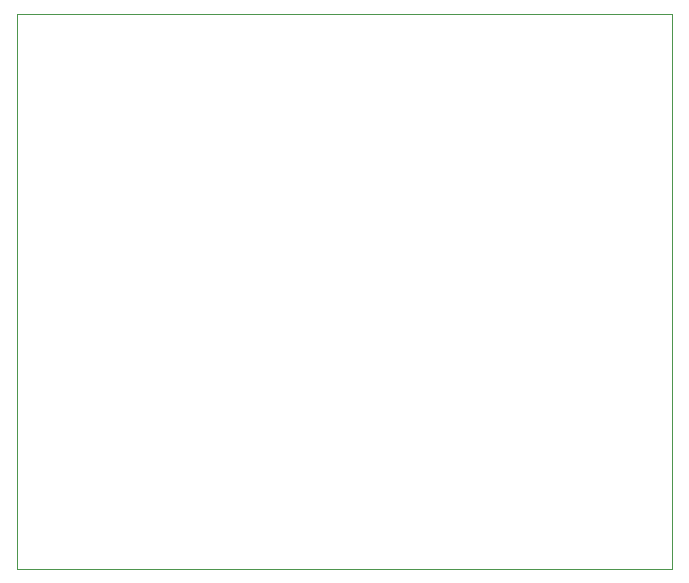
<source format=gbr>
%TF.GenerationSoftware,KiCad,Pcbnew,9.0.1*%
%TF.CreationDate,2025-08-04T14:01:18+08:00*%
%TF.ProjectId,breakout,62726561-6b6f-4757-942e-6b696361645f,rev?*%
%TF.SameCoordinates,Original*%
%TF.FileFunction,Profile,NP*%
%FSLAX46Y46*%
G04 Gerber Fmt 4.6, Leading zero omitted, Abs format (unit mm)*
G04 Created by KiCad (PCBNEW 9.0.1) date 2025-08-04 14:01:18*
%MOMM*%
%LPD*%
G01*
G04 APERTURE LIST*
%TA.AperFunction,Profile*%
%ADD10C,0.050000*%
%TD*%
G04 APERTURE END LIST*
D10*
X142800000Y-78000000D02*
X198300000Y-78000000D01*
X198300000Y-125000000D01*
X142800000Y-125000000D01*
X142800000Y-78000000D01*
M02*

</source>
